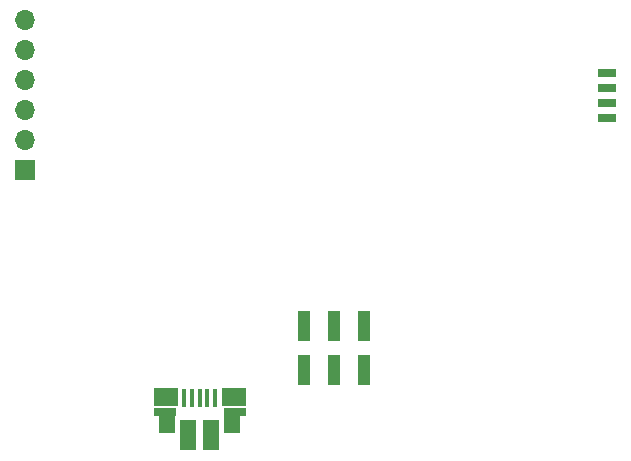
<source format=gtp>
G04 #@! TF.GenerationSoftware,KiCad,Pcbnew,(5.1.6)-1*
G04 #@! TF.CreationDate,2021-11-15T16:50:44+01:00*
G04 #@! TF.ProjectId,Power_module_v1,506f7765-725f-46d6-9f64-756c655f7631,rev?*
G04 #@! TF.SameCoordinates,Original*
G04 #@! TF.FileFunction,Paste,Top*
G04 #@! TF.FilePolarity,Positive*
%FSLAX46Y46*%
G04 Gerber Fmt 4.6, Leading zero omitted, Abs format (unit mm)*
G04 Created by KiCad (PCBNEW (5.1.6)-1) date 2021-11-15 16:50:44*
%MOMM*%
%LPD*%
G01*
G04 APERTURE LIST*
%ADD10R,1.000000X2.500000*%
%ADD11R,1.600000X0.700000*%
%ADD12R,1.430000X2.500000*%
%ADD13R,2.000000X1.500000*%
%ADD14R,1.350000X2.000000*%
%ADD15R,0.400000X1.650000*%
%ADD16R,1.825000X0.700000*%
%ADD17R,1.700000X1.700000*%
%ADD18O,1.700000X1.700000*%
G04 APERTURE END LIST*
D10*
X119888000Y-101214000D03*
X119888000Y-97514000D03*
X122428000Y-101214000D03*
X122428000Y-97514000D03*
X124968000Y-101214000D03*
X124968000Y-97514000D03*
D11*
X145516000Y-76073000D03*
X145516000Y-77343000D03*
X145516000Y-78613000D03*
X145516000Y-79883000D03*
D12*
X110094000Y-106746740D03*
D13*
X108204000Y-103496740D03*
D14*
X113804000Y-105546740D03*
X108324000Y-105546740D03*
D15*
X111054000Y-103596740D03*
X112354000Y-103596740D03*
X111704000Y-103596740D03*
D16*
X114054000Y-104796740D03*
D15*
X109754000Y-103596740D03*
D13*
X113954000Y-103476740D03*
D16*
X108104000Y-104796740D03*
D15*
X110404000Y-103596740D03*
D12*
X112014000Y-106746740D03*
D17*
X96266000Y-84328000D03*
D18*
X96266000Y-81788000D03*
X96266000Y-79248000D03*
X96266000Y-76708000D03*
X96266000Y-74168000D03*
X96266000Y-71628000D03*
M02*

</source>
